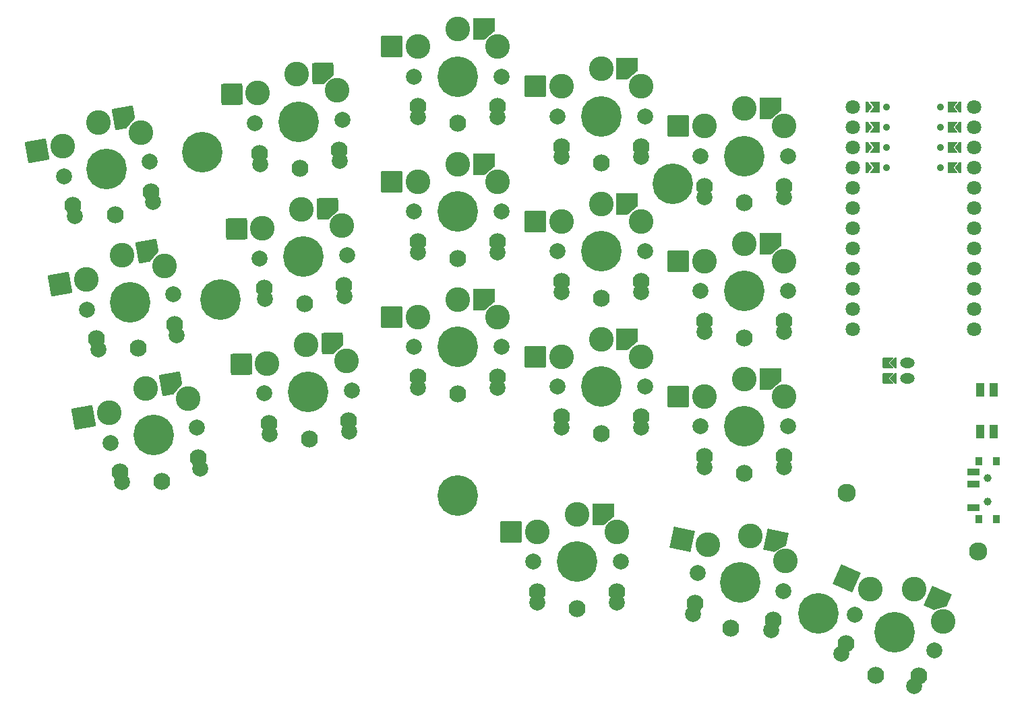
<source format=gbr>
%TF.GenerationSoftware,KiCad,Pcbnew,8.0.1*%
%TF.CreationDate,2024-04-29T16:42:10+03:00*%
%TF.ProjectId,ready_splayer_pcb,72656164-795f-4737-906c-617965725f70,v1.0.0*%
%TF.SameCoordinates,Original*%
%TF.FileFunction,Soldermask,Top*%
%TF.FilePolarity,Negative*%
%FSLAX46Y46*%
G04 Gerber Fmt 4.6, Leading zero omitted, Abs format (unit mm)*
G04 Created by KiCad (PCBNEW 8.0.1) date 2024-04-29 16:42:10*
%MOMM*%
%LPD*%
G01*
G04 APERTURE LIST*
G04 Aperture macros list*
%AMRoundRect*
0 Rectangle with rounded corners*
0 $1 Rounding radius*
0 $2 $3 $4 $5 $6 $7 $8 $9 X,Y pos of 4 corners*
0 Add a 4 corners polygon primitive as box body*
4,1,4,$2,$3,$4,$5,$6,$7,$8,$9,$2,$3,0*
0 Add four circle primitives for the rounded corners*
1,1,$1+$1,$2,$3*
1,1,$1+$1,$4,$5*
1,1,$1+$1,$6,$7*
1,1,$1+$1,$8,$9*
0 Add four rect primitives between the rounded corners*
20,1,$1+$1,$2,$3,$4,$5,0*
20,1,$1+$1,$4,$5,$6,$7,0*
20,1,$1+$1,$6,$7,$8,$9,0*
20,1,$1+$1,$8,$9,$2,$3,0*%
%AMFreePoly0*
4,1,16,0.535355,0.660355,0.550000,0.625000,0.550000,-0.625000,0.535355,-0.660355,0.500000,-0.675000,-0.650000,-0.675000,-0.685355,-0.660355,-0.700000,-0.625000,-0.689043,-0.593765,-0.214031,0.000000,-0.689043,0.593765,-0.699694,0.630522,-0.681235,0.664043,-0.650000,0.675000,0.500000,0.675000,0.535355,0.660355,0.535355,0.660355,$1*%
%AMFreePoly1*
4,1,16,-0.214645,0.660355,-0.210957,0.656235,0.289043,0.031235,0.299694,-0.005522,0.289043,-0.031235,-0.210957,-0.656235,-0.244478,-0.674694,-0.250000,-0.675000,-0.500000,-0.675000,-0.535355,-0.660355,-0.550000,-0.625000,-0.550000,0.625000,-0.535355,0.660355,-0.500000,0.675000,-0.250000,0.675000,-0.214645,0.660355,-0.214645,0.660355,$1*%
%AMFreePoly2*
4,1,16,0.635355,0.285355,0.650000,0.250000,0.650000,-1.000000,0.635355,-1.035355,0.600000,-1.050000,0.564645,-1.035355,0.000000,-0.470710,-0.564645,-1.035355,-0.600000,-1.050000,-0.635355,-1.035355,-0.650000,-1.000000,-0.650000,0.250000,-0.635355,0.285355,-0.600000,0.300000,0.600000,0.300000,0.635355,0.285355,0.635355,0.285355,$1*%
%AMFreePoly3*
4,1,14,0.035355,0.435355,0.635355,-0.164645,0.650000,-0.200000,0.650000,-0.400000,0.635355,-0.435355,0.600000,-0.450000,-0.600000,-0.450000,-0.635355,-0.435355,-0.650000,-0.400000,-0.650000,-0.200000,-0.635355,-0.164645,-0.035355,0.435355,0.000000,0.450000,0.035355,0.435355,0.035355,0.435355,$1*%
%AMFreePoly4*
4,1,15,1.335355,1.335355,1.350000,1.300000,1.350000,-0.250000,1.335355,-0.285355,1.332160,-0.288285,0.082160,-1.338285,0.050000,-1.350000,-1.300000,-1.350000,-1.335355,-1.335355,-1.350000,-1.300000,-1.350000,1.300000,-1.335355,1.335355,-1.300000,1.350000,1.300000,1.350000,1.335355,1.335355,1.335355,1.335355,$1*%
G04 Aperture macros list end*
%ADD10C,5.100000*%
%ADD11RoundRect,0.050000X0.400000X-0.500000X0.400000X0.500000X-0.400000X0.500000X-0.400000X-0.500000X0*%
%ADD12C,1.000000*%
%ADD13RoundRect,0.050000X0.750000X-0.350000X0.750000X0.350000X-0.750000X0.350000X-0.750000X-0.350000X0*%
%ADD14RoundRect,0.050000X0.500000X-0.775000X0.500000X0.775000X-0.500000X0.775000X-0.500000X-0.775000X0*%
%ADD15C,0.900000*%
%ADD16FreePoly0,180.000000*%
%ADD17FreePoly1,180.000000*%
%ADD18C,1.800000*%
%ADD19FreePoly1,0.000000*%
%ADD20FreePoly0,0.000000*%
%ADD21C,2.300000*%
%ADD22FreePoly2,90.000000*%
%ADD23O,1.850000X1.300000*%
%ADD24FreePoly3,90.000000*%
%ADD25C,2.000000*%
%ADD26C,3.100000*%
%ADD27C,2.132000*%
%ADD28FreePoly4,0.000000*%
%ADD29RoundRect,0.050000X-1.300000X-1.300000X1.300000X-1.300000X1.300000X1.300000X-1.300000X1.300000X0*%
%ADD30FreePoly4,336.000000*%
%ADD31RoundRect,0.050000X-1.716367X-0.658851X0.658851X-1.716367X1.716367X0.658851X-0.658851X1.716367X0*%
%ADD32FreePoly4,2.000000*%
%ADD33RoundRect,0.050000X-1.253839X-1.344577X1.344577X-1.253839X1.253839X1.344577X-1.344577X1.253839X0*%
%ADD34FreePoly4,10.000000*%
%ADD35RoundRect,0.050000X-1.054507X-1.505993X1.505993X-1.054507X1.054507X1.505993X-1.505993X1.054507X0*%
%ADD36FreePoly4,348.000000*%
%ADD37RoundRect,0.050000X-1.541877X-1.001307X1.001307X-1.541877X1.541877X1.001307X-1.001307X1.541877X0*%
G04 APERTURE END LIST*
D10*
%TO.C,MH3*%
X98452044Y-68716895D03*
%TD*%
%TO.C,MH4*%
X157553454Y-72707559D03*
%TD*%
D11*
%TO.C,PWR1*%
X195968451Y-107557560D03*
X195968451Y-114857560D03*
D12*
X197078452Y-109707560D03*
X197078452Y-112707560D03*
D11*
X198178452Y-107557561D03*
X198178452Y-114857559D03*
D13*
X195318454Y-113457560D03*
X195318452Y-110457560D03*
X195318452Y-108957560D03*
%TD*%
D10*
%TO.C,MH5*%
X100724305Y-87304712D03*
%TD*%
D14*
%TO.C,RST1*%
X197903454Y-103832561D03*
X196203455Y-103832559D03*
X197903453Y-98582561D03*
X196203454Y-98582559D03*
%TD*%
D10*
%TO.C,MH7*%
X175821660Y-126700141D03*
%TD*%
D15*
%TO.C,MCU1*%
X191203454Y-63016562D03*
D16*
X192578454Y-63016561D03*
D17*
X193303454Y-63016563D03*
D18*
X195423454Y-63016562D03*
D15*
X191203454Y-65556562D03*
D16*
X192578454Y-65556562D03*
D17*
X193303454Y-65556563D03*
D18*
X195423454Y-65556562D03*
D15*
X191203454Y-68096564D03*
D16*
X192578454Y-68096562D03*
D17*
X193303454Y-68096562D03*
D18*
X195423454Y-68096562D03*
D15*
X191203454Y-70636562D03*
D16*
X192578454Y-70636562D03*
D17*
X193303454Y-70636561D03*
D18*
X195423454Y-70636562D03*
X195423452Y-73176562D03*
X195423454Y-75716562D03*
X195423453Y-78256562D03*
X195423454Y-80796562D03*
X195423454Y-83336562D03*
X195423454Y-85876562D03*
X195423453Y-88416561D03*
X195423454Y-90956562D03*
X180183452Y-90956562D03*
X180183454Y-88416562D03*
X180183454Y-85876562D03*
X180183454Y-83336562D03*
X180183454Y-80796562D03*
X180183456Y-78256562D03*
X180183454Y-75716562D03*
X180183455Y-73176562D03*
X180183454Y-70636562D03*
D19*
X182303454Y-70636562D03*
D18*
X180183454Y-68096562D03*
D19*
X182303454Y-68096562D03*
D18*
X180183454Y-65556562D03*
D19*
X182303454Y-65556562D03*
D18*
X180183455Y-63016563D03*
D19*
X182303454Y-63016563D03*
D20*
X183028455Y-70636563D03*
D15*
X184403454Y-70636562D03*
D20*
X183028454Y-68096561D03*
D15*
X184403454Y-68096562D03*
D20*
X183028454Y-65556562D03*
D15*
X184403454Y-65556563D03*
D20*
X183028454Y-63016561D03*
D15*
X184403454Y-63016562D03*
%TD*%
D10*
%TO.C,MH6*%
X130553452Y-111907559D03*
%TD*%
D21*
%TO.C,MH1*%
X195885936Y-118903190D03*
%TD*%
D22*
%TO.C,JST1*%
X184237455Y-95207557D03*
X184237455Y-97207557D03*
D23*
X187053455Y-95207557D03*
X187053455Y-97207557D03*
D24*
X185253455Y-95207558D03*
X185253454Y-97207556D03*
%TD*%
D21*
%TO.C,MH2*%
X179442118Y-111581927D03*
%TD*%
D25*
%TO.C,S10*%
X143053456Y-98207560D03*
D26*
X143553456Y-94457560D03*
D25*
X143553456Y-103357560D03*
D26*
X148553456Y-92257560D03*
D10*
X148553456Y-98207560D03*
D26*
X153553456Y-94457560D03*
D25*
X153553456Y-103357560D03*
X154053456Y-98207560D03*
D27*
X143553454Y-102007559D03*
D28*
X151828456Y-92257560D03*
D27*
X153553457Y-102007559D03*
D29*
X140278456Y-94457560D03*
D27*
X148553456Y-104107560D03*
%TD*%
D25*
%TO.C,S14*%
X161053454Y-86207561D03*
D26*
X161553454Y-82457561D03*
D25*
X161553454Y-91357561D03*
D26*
X166553454Y-80257561D03*
D10*
X166553454Y-86207561D03*
D26*
X171553454Y-82457561D03*
D25*
X171553454Y-91357561D03*
X172053454Y-86207561D03*
D27*
X161553452Y-90007560D03*
D28*
X169828454Y-80257561D03*
D27*
X171553455Y-90007560D03*
D29*
X158278454Y-82457561D03*
D27*
X166553454Y-92107561D03*
%TD*%
D25*
%TO.C,S18*%
X180396673Y-126893976D03*
D26*
X182378707Y-123671549D03*
D25*
X178758752Y-131802104D03*
D26*
X187841256Y-123695433D03*
D10*
X185421173Y-129131028D03*
D25*
X187894207Y-135869470D03*
D26*
X191514164Y-127738916D03*
D25*
X190445673Y-131368080D03*
D27*
X179307846Y-130568818D03*
D30*
X190833117Y-125027495D03*
D27*
X188443303Y-134636184D03*
D31*
X179386848Y-122339486D03*
D27*
X183021427Y-134520946D03*
%TD*%
D25*
%TO.C,S8*%
X125053455Y-76207560D03*
D26*
X125553455Y-72457560D03*
D25*
X125553455Y-81357560D03*
D26*
X130553455Y-70257560D03*
D10*
X130553455Y-76207560D03*
D26*
X135553455Y-72457560D03*
D25*
X135553455Y-81357560D03*
X136053455Y-76207560D03*
D27*
X125553453Y-80007559D03*
D28*
X133828455Y-70257560D03*
D27*
X135553456Y-80007559D03*
D29*
X122278455Y-72457560D03*
D27*
X130553455Y-82107560D03*
%TD*%
D25*
%TO.C,S5*%
X105649584Y-82069906D03*
X106329012Y-87199320D03*
D26*
X106018408Y-78304740D03*
D10*
X111146234Y-81877960D03*
D26*
X110938583Y-75931585D03*
X116012314Y-77955747D03*
D25*
X116322921Y-86850325D03*
X116642884Y-81686014D03*
D27*
X106281898Y-85850143D03*
D32*
X114211587Y-75817287D03*
D27*
X116275805Y-85501148D03*
D33*
X102745402Y-78419038D03*
D27*
X111352141Y-87774366D03*
%TD*%
D25*
%TO.C,S13*%
X161053454Y-103207560D03*
D26*
X161553454Y-99457560D03*
D25*
X161553454Y-108357560D03*
D26*
X166553454Y-97257560D03*
D10*
X166553454Y-103207560D03*
D26*
X171553454Y-99457560D03*
D25*
X171553454Y-108357560D03*
X172053454Y-103207560D03*
D27*
X161553452Y-107007559D03*
D28*
X169828454Y-97257560D03*
D27*
X171553455Y-107007559D03*
D29*
X158278454Y-99457560D03*
D27*
X166553454Y-109107560D03*
%TD*%
D25*
%TO.C,S6*%
X105056292Y-65080262D03*
X105735720Y-70209676D03*
D26*
X105425116Y-61315096D03*
D10*
X110552942Y-64888316D03*
D26*
X110345291Y-58941941D03*
X115419022Y-60966103D03*
D25*
X115729629Y-69860681D03*
X116049592Y-64696370D03*
D27*
X105688606Y-68860499D03*
D32*
X113618295Y-58827643D03*
D27*
X115682513Y-68511504D03*
D33*
X102152110Y-61429394D03*
D27*
X110758849Y-70784722D03*
%TD*%
D25*
%TO.C,S7*%
X125053454Y-93207561D03*
D26*
X125553454Y-89457561D03*
D25*
X125553454Y-98357561D03*
D26*
X130553454Y-87257561D03*
D10*
X130553454Y-93207561D03*
D26*
X135553454Y-89457561D03*
D25*
X135553454Y-98357561D03*
X136053454Y-93207561D03*
D27*
X125553452Y-97007560D03*
D28*
X133828454Y-87257561D03*
D27*
X135553455Y-97007560D03*
D29*
X122278454Y-89457561D03*
D27*
X130553454Y-99107561D03*
%TD*%
D25*
%TO.C,S1*%
X86974224Y-105265249D03*
X88360916Y-110250185D03*
D26*
X86815449Y-101485396D03*
X91357459Y-98450576D03*
D10*
X92390667Y-104310184D03*
D26*
X96663522Y-99748915D03*
D25*
X98208994Y-108513703D03*
X97807110Y-103355119D03*
D27*
X88126491Y-108920694D03*
D34*
X94582706Y-97881880D03*
D27*
X97974569Y-107184213D03*
D35*
X83590202Y-102054094D03*
D27*
X93415191Y-110120550D03*
%TD*%
D25*
%TO.C,S17*%
X160692261Y-121644076D03*
D26*
X161961004Y-118079978D03*
D25*
X160110591Y-126785492D03*
D26*
X167309147Y-116967612D03*
D10*
X166072073Y-122787590D03*
D26*
X171742480Y-120159095D03*
D25*
X169892066Y-128864609D03*
X171451885Y-123931104D03*
D27*
X160391271Y-125464991D03*
D36*
X170512581Y-117648523D03*
D27*
X170172747Y-127544108D03*
D37*
X158757570Y-117399067D03*
D27*
X164845394Y-128558661D03*
%TD*%
D25*
%TO.C,S2*%
X84022206Y-88523516D03*
X85408898Y-93508452D03*
D26*
X83863431Y-84743663D03*
X88405441Y-81708843D03*
D10*
X89438649Y-87568451D03*
D26*
X93711504Y-83007182D03*
D25*
X95256976Y-91771970D03*
X94855092Y-86613386D03*
D27*
X85174473Y-92178961D03*
D34*
X91630688Y-81140147D03*
D27*
X95022551Y-90442480D03*
D35*
X80638184Y-85312361D03*
D27*
X90463173Y-93378817D03*
%TD*%
D25*
%TO.C,S12*%
X143053452Y-64207558D03*
D26*
X143553452Y-60457558D03*
D25*
X143553452Y-69357558D03*
D26*
X148553452Y-58257558D03*
D10*
X148553452Y-64207558D03*
D26*
X153553452Y-60457558D03*
D25*
X153553452Y-69357558D03*
X154053452Y-64207558D03*
D27*
X143553450Y-68007557D03*
D28*
X151828452Y-58257558D03*
D27*
X153553453Y-68007557D03*
D29*
X140278452Y-60457558D03*
D27*
X148553452Y-70107558D03*
%TD*%
D25*
%TO.C,S4*%
X106242878Y-99059552D03*
X106922306Y-104188966D03*
D26*
X106611702Y-95294386D03*
D10*
X111739528Y-98867606D03*
D26*
X111531877Y-92921231D03*
X116605608Y-94945393D03*
D25*
X116916215Y-103839971D03*
X117236178Y-98675660D03*
D27*
X106875192Y-102839789D03*
D32*
X114804881Y-92806933D03*
D27*
X116869099Y-102490794D03*
D33*
X103338696Y-95408684D03*
D27*
X111945435Y-104764012D03*
%TD*%
D25*
%TO.C,S16*%
X140053451Y-120207560D03*
D26*
X140553451Y-116457560D03*
D25*
X140553451Y-125357560D03*
D26*
X145553451Y-114257560D03*
D10*
X145553451Y-120207560D03*
D26*
X150553451Y-116457560D03*
D25*
X150553451Y-125357560D03*
X151053451Y-120207560D03*
D27*
X140553449Y-124007559D03*
D28*
X148828451Y-114257560D03*
D27*
X150553452Y-124007559D03*
D29*
X137278451Y-116457560D03*
D27*
X145553451Y-126107560D03*
%TD*%
D25*
%TO.C,S9*%
X125053456Y-59207558D03*
D26*
X125553456Y-55457558D03*
D25*
X125553456Y-64357558D03*
D26*
X130553456Y-53257558D03*
D10*
X130553456Y-59207558D03*
D26*
X135553456Y-55457558D03*
D25*
X135553456Y-64357558D03*
X136053456Y-59207558D03*
D27*
X125553454Y-63007557D03*
D28*
X133828456Y-53257558D03*
D27*
X135553457Y-63007557D03*
D29*
X122278456Y-55457558D03*
D27*
X130553456Y-65107558D03*
%TD*%
D25*
%TO.C,S3*%
X81070185Y-71781787D03*
X82456877Y-76766723D03*
D26*
X80911410Y-68001934D03*
X85453420Y-64967114D03*
D10*
X86486628Y-70826722D03*
D26*
X90759483Y-66265453D03*
D25*
X92304955Y-75030241D03*
X91903071Y-69871657D03*
D27*
X82222452Y-75437232D03*
D34*
X88678667Y-64398418D03*
D27*
X92070530Y-73700751D03*
D35*
X77686163Y-68570632D03*
D27*
X87511152Y-76637088D03*
%TD*%
D25*
%TO.C,S15*%
X161053453Y-69207561D03*
D26*
X161553453Y-65457561D03*
D25*
X161553453Y-74357561D03*
D26*
X166553453Y-63257561D03*
D10*
X166553453Y-69207561D03*
D26*
X171553453Y-65457561D03*
D25*
X171553453Y-74357561D03*
X172053453Y-69207561D03*
D27*
X161553451Y-73007560D03*
D28*
X169828453Y-63257561D03*
D27*
X171553454Y-73007560D03*
D29*
X158278453Y-65457561D03*
D27*
X166553453Y-75107561D03*
%TD*%
D25*
%TO.C,S11*%
X143053455Y-81207562D03*
D26*
X143553455Y-77457562D03*
D25*
X143553455Y-86357562D03*
D26*
X148553455Y-75257562D03*
D10*
X148553455Y-81207562D03*
D26*
X153553455Y-77457562D03*
D25*
X153553455Y-86357562D03*
X154053455Y-81207562D03*
D27*
X143553453Y-85007561D03*
D28*
X151828455Y-75257562D03*
D27*
X153553456Y-85007561D03*
D29*
X140278455Y-77457562D03*
D27*
X148553455Y-87107562D03*
%TD*%
M02*

</source>
